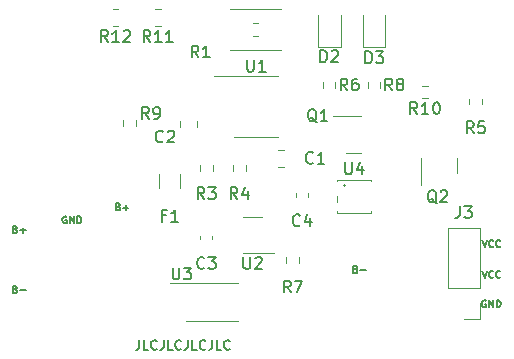
<source format=gbr>
%TF.GenerationSoftware,KiCad,Pcbnew,7.0.8*%
%TF.CreationDate,2025-01-10T13:03:09+01:00*%
%TF.ProjectId,LIR2032-charger,4c495232-3033-4322-9d63-686172676572,rev?*%
%TF.SameCoordinates,Original*%
%TF.FileFunction,Legend,Top*%
%TF.FilePolarity,Positive*%
%FSLAX46Y46*%
G04 Gerber Fmt 4.6, Leading zero omitted, Abs format (unit mm)*
G04 Created by KiCad (PCBNEW 7.0.8) date 2025-01-10 13:03:09*
%MOMM*%
%LPD*%
G01*
G04 APERTURE LIST*
%ADD10C,0.150000*%
%ADD11C,0.120000*%
G04 APERTURE END LIST*
D10*
X128817731Y-76794295D02*
X128817731Y-77365723D01*
X128817731Y-77365723D02*
X128779636Y-77480009D01*
X128779636Y-77480009D02*
X128703445Y-77556200D01*
X128703445Y-77556200D02*
X128589160Y-77594295D01*
X128589160Y-77594295D02*
X128512969Y-77594295D01*
X129579636Y-77594295D02*
X129198684Y-77594295D01*
X129198684Y-77594295D02*
X129198684Y-76794295D01*
X130303446Y-77518104D02*
X130265350Y-77556200D01*
X130265350Y-77556200D02*
X130151065Y-77594295D01*
X130151065Y-77594295D02*
X130074874Y-77594295D01*
X130074874Y-77594295D02*
X129960588Y-77556200D01*
X129960588Y-77556200D02*
X129884398Y-77480009D01*
X129884398Y-77480009D02*
X129846303Y-77403819D01*
X129846303Y-77403819D02*
X129808207Y-77251438D01*
X129808207Y-77251438D02*
X129808207Y-77137152D01*
X129808207Y-77137152D02*
X129846303Y-76984771D01*
X129846303Y-76984771D02*
X129884398Y-76908580D01*
X129884398Y-76908580D02*
X129960588Y-76832390D01*
X129960588Y-76832390D02*
X130074874Y-76794295D01*
X130074874Y-76794295D02*
X130151065Y-76794295D01*
X130151065Y-76794295D02*
X130265350Y-76832390D01*
X130265350Y-76832390D02*
X130303446Y-76870485D01*
X130874874Y-76794295D02*
X130874874Y-77365723D01*
X130874874Y-77365723D02*
X130836779Y-77480009D01*
X130836779Y-77480009D02*
X130760588Y-77556200D01*
X130760588Y-77556200D02*
X130646303Y-77594295D01*
X130646303Y-77594295D02*
X130570112Y-77594295D01*
X131636779Y-77594295D02*
X131255827Y-77594295D01*
X131255827Y-77594295D02*
X131255827Y-76794295D01*
X132360589Y-77518104D02*
X132322493Y-77556200D01*
X132322493Y-77556200D02*
X132208208Y-77594295D01*
X132208208Y-77594295D02*
X132132017Y-77594295D01*
X132132017Y-77594295D02*
X132017731Y-77556200D01*
X132017731Y-77556200D02*
X131941541Y-77480009D01*
X131941541Y-77480009D02*
X131903446Y-77403819D01*
X131903446Y-77403819D02*
X131865350Y-77251438D01*
X131865350Y-77251438D02*
X131865350Y-77137152D01*
X131865350Y-77137152D02*
X131903446Y-76984771D01*
X131903446Y-76984771D02*
X131941541Y-76908580D01*
X131941541Y-76908580D02*
X132017731Y-76832390D01*
X132017731Y-76832390D02*
X132132017Y-76794295D01*
X132132017Y-76794295D02*
X132208208Y-76794295D01*
X132208208Y-76794295D02*
X132322493Y-76832390D01*
X132322493Y-76832390D02*
X132360589Y-76870485D01*
X132932017Y-76794295D02*
X132932017Y-77365723D01*
X132932017Y-77365723D02*
X132893922Y-77480009D01*
X132893922Y-77480009D02*
X132817731Y-77556200D01*
X132817731Y-77556200D02*
X132703446Y-77594295D01*
X132703446Y-77594295D02*
X132627255Y-77594295D01*
X133693922Y-77594295D02*
X133312970Y-77594295D01*
X133312970Y-77594295D02*
X133312970Y-76794295D01*
X134417732Y-77518104D02*
X134379636Y-77556200D01*
X134379636Y-77556200D02*
X134265351Y-77594295D01*
X134265351Y-77594295D02*
X134189160Y-77594295D01*
X134189160Y-77594295D02*
X134074874Y-77556200D01*
X134074874Y-77556200D02*
X133998684Y-77480009D01*
X133998684Y-77480009D02*
X133960589Y-77403819D01*
X133960589Y-77403819D02*
X133922493Y-77251438D01*
X133922493Y-77251438D02*
X133922493Y-77137152D01*
X133922493Y-77137152D02*
X133960589Y-76984771D01*
X133960589Y-76984771D02*
X133998684Y-76908580D01*
X133998684Y-76908580D02*
X134074874Y-76832390D01*
X134074874Y-76832390D02*
X134189160Y-76794295D01*
X134189160Y-76794295D02*
X134265351Y-76794295D01*
X134265351Y-76794295D02*
X134379636Y-76832390D01*
X134379636Y-76832390D02*
X134417732Y-76870485D01*
X134989160Y-76794295D02*
X134989160Y-77365723D01*
X134989160Y-77365723D02*
X134951065Y-77480009D01*
X134951065Y-77480009D02*
X134874874Y-77556200D01*
X134874874Y-77556200D02*
X134760589Y-77594295D01*
X134760589Y-77594295D02*
X134684398Y-77594295D01*
X135751065Y-77594295D02*
X135370113Y-77594295D01*
X135370113Y-77594295D02*
X135370113Y-76794295D01*
X136474875Y-77518104D02*
X136436779Y-77556200D01*
X136436779Y-77556200D02*
X136322494Y-77594295D01*
X136322494Y-77594295D02*
X136246303Y-77594295D01*
X136246303Y-77594295D02*
X136132017Y-77556200D01*
X136132017Y-77556200D02*
X136055827Y-77480009D01*
X136055827Y-77480009D02*
X136017732Y-77403819D01*
X136017732Y-77403819D02*
X135979636Y-77251438D01*
X135979636Y-77251438D02*
X135979636Y-77137152D01*
X135979636Y-77137152D02*
X136017732Y-76984771D01*
X136017732Y-76984771D02*
X136055827Y-76908580D01*
X136055827Y-76908580D02*
X136132017Y-76832390D01*
X136132017Y-76832390D02*
X136246303Y-76794295D01*
X136246303Y-76794295D02*
X136322494Y-76794295D01*
X136322494Y-76794295D02*
X136436779Y-76832390D01*
X136436779Y-76832390D02*
X136474875Y-76870485D01*
X122655826Y-66347342D02*
X122598684Y-66318771D01*
X122598684Y-66318771D02*
X122512969Y-66318771D01*
X122512969Y-66318771D02*
X122427255Y-66347342D01*
X122427255Y-66347342D02*
X122370112Y-66404485D01*
X122370112Y-66404485D02*
X122341541Y-66461628D01*
X122341541Y-66461628D02*
X122312969Y-66575914D01*
X122312969Y-66575914D02*
X122312969Y-66661628D01*
X122312969Y-66661628D02*
X122341541Y-66775914D01*
X122341541Y-66775914D02*
X122370112Y-66833057D01*
X122370112Y-66833057D02*
X122427255Y-66890200D01*
X122427255Y-66890200D02*
X122512969Y-66918771D01*
X122512969Y-66918771D02*
X122570112Y-66918771D01*
X122570112Y-66918771D02*
X122655826Y-66890200D01*
X122655826Y-66890200D02*
X122684398Y-66861628D01*
X122684398Y-66861628D02*
X122684398Y-66661628D01*
X122684398Y-66661628D02*
X122570112Y-66661628D01*
X122941541Y-66918771D02*
X122941541Y-66318771D01*
X122941541Y-66318771D02*
X123284398Y-66918771D01*
X123284398Y-66918771D02*
X123284398Y-66318771D01*
X123570112Y-66918771D02*
X123570112Y-66318771D01*
X123570112Y-66318771D02*
X123712969Y-66318771D01*
X123712969Y-66318771D02*
X123798683Y-66347342D01*
X123798683Y-66347342D02*
X123855826Y-66404485D01*
X123855826Y-66404485D02*
X123884397Y-66461628D01*
X123884397Y-66461628D02*
X123912969Y-66575914D01*
X123912969Y-66575914D02*
X123912969Y-66661628D01*
X123912969Y-66661628D02*
X123884397Y-66775914D01*
X123884397Y-66775914D02*
X123855826Y-66833057D01*
X123855826Y-66833057D02*
X123798683Y-66890200D01*
X123798683Y-66890200D02*
X123712969Y-66918771D01*
X123712969Y-66918771D02*
X123570112Y-66918771D01*
X147141541Y-70804485D02*
X147227255Y-70833057D01*
X147227255Y-70833057D02*
X147255826Y-70861628D01*
X147255826Y-70861628D02*
X147284398Y-70918771D01*
X147284398Y-70918771D02*
X147284398Y-71004485D01*
X147284398Y-71004485D02*
X147255826Y-71061628D01*
X147255826Y-71061628D02*
X147227255Y-71090200D01*
X147227255Y-71090200D02*
X147170112Y-71118771D01*
X147170112Y-71118771D02*
X146941541Y-71118771D01*
X146941541Y-71118771D02*
X146941541Y-70518771D01*
X146941541Y-70518771D02*
X147141541Y-70518771D01*
X147141541Y-70518771D02*
X147198684Y-70547342D01*
X147198684Y-70547342D02*
X147227255Y-70575914D01*
X147227255Y-70575914D02*
X147255826Y-70633057D01*
X147255826Y-70633057D02*
X147255826Y-70690200D01*
X147255826Y-70690200D02*
X147227255Y-70747342D01*
X147227255Y-70747342D02*
X147198684Y-70775914D01*
X147198684Y-70775914D02*
X147141541Y-70804485D01*
X147141541Y-70804485D02*
X146941541Y-70804485D01*
X147541541Y-70890200D02*
X147998684Y-70890200D01*
X127041541Y-65504485D02*
X127127255Y-65533057D01*
X127127255Y-65533057D02*
X127155826Y-65561628D01*
X127155826Y-65561628D02*
X127184398Y-65618771D01*
X127184398Y-65618771D02*
X127184398Y-65704485D01*
X127184398Y-65704485D02*
X127155826Y-65761628D01*
X127155826Y-65761628D02*
X127127255Y-65790200D01*
X127127255Y-65790200D02*
X127070112Y-65818771D01*
X127070112Y-65818771D02*
X126841541Y-65818771D01*
X126841541Y-65818771D02*
X126841541Y-65218771D01*
X126841541Y-65218771D02*
X127041541Y-65218771D01*
X127041541Y-65218771D02*
X127098684Y-65247342D01*
X127098684Y-65247342D02*
X127127255Y-65275914D01*
X127127255Y-65275914D02*
X127155826Y-65333057D01*
X127155826Y-65333057D02*
X127155826Y-65390200D01*
X127155826Y-65390200D02*
X127127255Y-65447342D01*
X127127255Y-65447342D02*
X127098684Y-65475914D01*
X127098684Y-65475914D02*
X127041541Y-65504485D01*
X127041541Y-65504485D02*
X126841541Y-65504485D01*
X127441541Y-65590200D02*
X127898684Y-65590200D01*
X127670112Y-65818771D02*
X127670112Y-65361628D01*
X118341541Y-72504485D02*
X118427255Y-72533057D01*
X118427255Y-72533057D02*
X118455826Y-72561628D01*
X118455826Y-72561628D02*
X118484398Y-72618771D01*
X118484398Y-72618771D02*
X118484398Y-72704485D01*
X118484398Y-72704485D02*
X118455826Y-72761628D01*
X118455826Y-72761628D02*
X118427255Y-72790200D01*
X118427255Y-72790200D02*
X118370112Y-72818771D01*
X118370112Y-72818771D02*
X118141541Y-72818771D01*
X118141541Y-72818771D02*
X118141541Y-72218771D01*
X118141541Y-72218771D02*
X118341541Y-72218771D01*
X118341541Y-72218771D02*
X118398684Y-72247342D01*
X118398684Y-72247342D02*
X118427255Y-72275914D01*
X118427255Y-72275914D02*
X118455826Y-72333057D01*
X118455826Y-72333057D02*
X118455826Y-72390200D01*
X118455826Y-72390200D02*
X118427255Y-72447342D01*
X118427255Y-72447342D02*
X118398684Y-72475914D01*
X118398684Y-72475914D02*
X118341541Y-72504485D01*
X118341541Y-72504485D02*
X118141541Y-72504485D01*
X118741541Y-72590200D02*
X119198684Y-72590200D01*
X118341541Y-67404485D02*
X118427255Y-67433057D01*
X118427255Y-67433057D02*
X118455826Y-67461628D01*
X118455826Y-67461628D02*
X118484398Y-67518771D01*
X118484398Y-67518771D02*
X118484398Y-67604485D01*
X118484398Y-67604485D02*
X118455826Y-67661628D01*
X118455826Y-67661628D02*
X118427255Y-67690200D01*
X118427255Y-67690200D02*
X118370112Y-67718771D01*
X118370112Y-67718771D02*
X118141541Y-67718771D01*
X118141541Y-67718771D02*
X118141541Y-67118771D01*
X118141541Y-67118771D02*
X118341541Y-67118771D01*
X118341541Y-67118771D02*
X118398684Y-67147342D01*
X118398684Y-67147342D02*
X118427255Y-67175914D01*
X118427255Y-67175914D02*
X118455826Y-67233057D01*
X118455826Y-67233057D02*
X118455826Y-67290200D01*
X118455826Y-67290200D02*
X118427255Y-67347342D01*
X118427255Y-67347342D02*
X118398684Y-67375914D01*
X118398684Y-67375914D02*
X118341541Y-67404485D01*
X118341541Y-67404485D02*
X118141541Y-67404485D01*
X118741541Y-67490200D02*
X119198684Y-67490200D01*
X118970112Y-67718771D02*
X118970112Y-67261628D01*
X158155826Y-73447342D02*
X158098684Y-73418771D01*
X158098684Y-73418771D02*
X158012969Y-73418771D01*
X158012969Y-73418771D02*
X157927255Y-73447342D01*
X157927255Y-73447342D02*
X157870112Y-73504485D01*
X157870112Y-73504485D02*
X157841541Y-73561628D01*
X157841541Y-73561628D02*
X157812969Y-73675914D01*
X157812969Y-73675914D02*
X157812969Y-73761628D01*
X157812969Y-73761628D02*
X157841541Y-73875914D01*
X157841541Y-73875914D02*
X157870112Y-73933057D01*
X157870112Y-73933057D02*
X157927255Y-73990200D01*
X157927255Y-73990200D02*
X158012969Y-74018771D01*
X158012969Y-74018771D02*
X158070112Y-74018771D01*
X158070112Y-74018771D02*
X158155826Y-73990200D01*
X158155826Y-73990200D02*
X158184398Y-73961628D01*
X158184398Y-73961628D02*
X158184398Y-73761628D01*
X158184398Y-73761628D02*
X158070112Y-73761628D01*
X158441541Y-74018771D02*
X158441541Y-73418771D01*
X158441541Y-73418771D02*
X158784398Y-74018771D01*
X158784398Y-74018771D02*
X158784398Y-73418771D01*
X159070112Y-74018771D02*
X159070112Y-73418771D01*
X159070112Y-73418771D02*
X159212969Y-73418771D01*
X159212969Y-73418771D02*
X159298683Y-73447342D01*
X159298683Y-73447342D02*
X159355826Y-73504485D01*
X159355826Y-73504485D02*
X159384397Y-73561628D01*
X159384397Y-73561628D02*
X159412969Y-73675914D01*
X159412969Y-73675914D02*
X159412969Y-73761628D01*
X159412969Y-73761628D02*
X159384397Y-73875914D01*
X159384397Y-73875914D02*
X159355826Y-73933057D01*
X159355826Y-73933057D02*
X159298683Y-73990200D01*
X159298683Y-73990200D02*
X159212969Y-74018771D01*
X159212969Y-74018771D02*
X159070112Y-74018771D01*
X157855826Y-70918771D02*
X158055826Y-71518771D01*
X158055826Y-71518771D02*
X158255826Y-70918771D01*
X158798684Y-71461628D02*
X158770112Y-71490200D01*
X158770112Y-71490200D02*
X158684398Y-71518771D01*
X158684398Y-71518771D02*
X158627255Y-71518771D01*
X158627255Y-71518771D02*
X158541541Y-71490200D01*
X158541541Y-71490200D02*
X158484398Y-71433057D01*
X158484398Y-71433057D02*
X158455827Y-71375914D01*
X158455827Y-71375914D02*
X158427255Y-71261628D01*
X158427255Y-71261628D02*
X158427255Y-71175914D01*
X158427255Y-71175914D02*
X158455827Y-71061628D01*
X158455827Y-71061628D02*
X158484398Y-71004485D01*
X158484398Y-71004485D02*
X158541541Y-70947342D01*
X158541541Y-70947342D02*
X158627255Y-70918771D01*
X158627255Y-70918771D02*
X158684398Y-70918771D01*
X158684398Y-70918771D02*
X158770112Y-70947342D01*
X158770112Y-70947342D02*
X158798684Y-70975914D01*
X159398684Y-71461628D02*
X159370112Y-71490200D01*
X159370112Y-71490200D02*
X159284398Y-71518771D01*
X159284398Y-71518771D02*
X159227255Y-71518771D01*
X159227255Y-71518771D02*
X159141541Y-71490200D01*
X159141541Y-71490200D02*
X159084398Y-71433057D01*
X159084398Y-71433057D02*
X159055827Y-71375914D01*
X159055827Y-71375914D02*
X159027255Y-71261628D01*
X159027255Y-71261628D02*
X159027255Y-71175914D01*
X159027255Y-71175914D02*
X159055827Y-71061628D01*
X159055827Y-71061628D02*
X159084398Y-71004485D01*
X159084398Y-71004485D02*
X159141541Y-70947342D01*
X159141541Y-70947342D02*
X159227255Y-70918771D01*
X159227255Y-70918771D02*
X159284398Y-70918771D01*
X159284398Y-70918771D02*
X159370112Y-70947342D01*
X159370112Y-70947342D02*
X159398684Y-70975914D01*
X157855826Y-68318771D02*
X158055826Y-68918771D01*
X158055826Y-68918771D02*
X158255826Y-68318771D01*
X158798684Y-68861628D02*
X158770112Y-68890200D01*
X158770112Y-68890200D02*
X158684398Y-68918771D01*
X158684398Y-68918771D02*
X158627255Y-68918771D01*
X158627255Y-68918771D02*
X158541541Y-68890200D01*
X158541541Y-68890200D02*
X158484398Y-68833057D01*
X158484398Y-68833057D02*
X158455827Y-68775914D01*
X158455827Y-68775914D02*
X158427255Y-68661628D01*
X158427255Y-68661628D02*
X158427255Y-68575914D01*
X158427255Y-68575914D02*
X158455827Y-68461628D01*
X158455827Y-68461628D02*
X158484398Y-68404485D01*
X158484398Y-68404485D02*
X158541541Y-68347342D01*
X158541541Y-68347342D02*
X158627255Y-68318771D01*
X158627255Y-68318771D02*
X158684398Y-68318771D01*
X158684398Y-68318771D02*
X158770112Y-68347342D01*
X158770112Y-68347342D02*
X158798684Y-68375914D01*
X159398684Y-68861628D02*
X159370112Y-68890200D01*
X159370112Y-68890200D02*
X159284398Y-68918771D01*
X159284398Y-68918771D02*
X159227255Y-68918771D01*
X159227255Y-68918771D02*
X159141541Y-68890200D01*
X159141541Y-68890200D02*
X159084398Y-68833057D01*
X159084398Y-68833057D02*
X159055827Y-68775914D01*
X159055827Y-68775914D02*
X159027255Y-68661628D01*
X159027255Y-68661628D02*
X159027255Y-68575914D01*
X159027255Y-68575914D02*
X159055827Y-68461628D01*
X159055827Y-68461628D02*
X159084398Y-68404485D01*
X159084398Y-68404485D02*
X159141541Y-68347342D01*
X159141541Y-68347342D02*
X159227255Y-68318771D01*
X159227255Y-68318771D02*
X159284398Y-68318771D01*
X159284398Y-68318771D02*
X159370112Y-68347342D01*
X159370112Y-68347342D02*
X159398684Y-68375914D01*
X155966666Y-65454819D02*
X155966666Y-66169104D01*
X155966666Y-66169104D02*
X155919047Y-66311961D01*
X155919047Y-66311961D02*
X155823809Y-66407200D01*
X155823809Y-66407200D02*
X155680952Y-66454819D01*
X155680952Y-66454819D02*
X155585714Y-66454819D01*
X156347619Y-65454819D02*
X156966666Y-65454819D01*
X156966666Y-65454819D02*
X156633333Y-65835771D01*
X156633333Y-65835771D02*
X156776190Y-65835771D01*
X156776190Y-65835771D02*
X156871428Y-65883390D01*
X156871428Y-65883390D02*
X156919047Y-65931009D01*
X156919047Y-65931009D02*
X156966666Y-66026247D01*
X156966666Y-66026247D02*
X156966666Y-66264342D01*
X156966666Y-66264342D02*
X156919047Y-66359580D01*
X156919047Y-66359580D02*
X156871428Y-66407200D01*
X156871428Y-66407200D02*
X156776190Y-66454819D01*
X156776190Y-66454819D02*
X156490476Y-66454819D01*
X156490476Y-66454819D02*
X156395238Y-66407200D01*
X156395238Y-66407200D02*
X156347619Y-66359580D01*
X131638095Y-70654819D02*
X131638095Y-71464342D01*
X131638095Y-71464342D02*
X131685714Y-71559580D01*
X131685714Y-71559580D02*
X131733333Y-71607200D01*
X131733333Y-71607200D02*
X131828571Y-71654819D01*
X131828571Y-71654819D02*
X132019047Y-71654819D01*
X132019047Y-71654819D02*
X132114285Y-71607200D01*
X132114285Y-71607200D02*
X132161904Y-71559580D01*
X132161904Y-71559580D02*
X132209523Y-71464342D01*
X132209523Y-71464342D02*
X132209523Y-70654819D01*
X132590476Y-70654819D02*
X133209523Y-70654819D01*
X133209523Y-70654819D02*
X132876190Y-71035771D01*
X132876190Y-71035771D02*
X133019047Y-71035771D01*
X133019047Y-71035771D02*
X133114285Y-71083390D01*
X133114285Y-71083390D02*
X133161904Y-71131009D01*
X133161904Y-71131009D02*
X133209523Y-71226247D01*
X133209523Y-71226247D02*
X133209523Y-71464342D01*
X133209523Y-71464342D02*
X133161904Y-71559580D01*
X133161904Y-71559580D02*
X133114285Y-71607200D01*
X133114285Y-71607200D02*
X133019047Y-71654819D01*
X133019047Y-71654819D02*
X132733333Y-71654819D01*
X132733333Y-71654819D02*
X132638095Y-71607200D01*
X132638095Y-71607200D02*
X132590476Y-71559580D01*
X134333333Y-64854819D02*
X134000000Y-64378628D01*
X133761905Y-64854819D02*
X133761905Y-63854819D01*
X133761905Y-63854819D02*
X134142857Y-63854819D01*
X134142857Y-63854819D02*
X134238095Y-63902438D01*
X134238095Y-63902438D02*
X134285714Y-63950057D01*
X134285714Y-63950057D02*
X134333333Y-64045295D01*
X134333333Y-64045295D02*
X134333333Y-64188152D01*
X134333333Y-64188152D02*
X134285714Y-64283390D01*
X134285714Y-64283390D02*
X134238095Y-64331009D01*
X134238095Y-64331009D02*
X134142857Y-64378628D01*
X134142857Y-64378628D02*
X133761905Y-64378628D01*
X134666667Y-63854819D02*
X135285714Y-63854819D01*
X135285714Y-63854819D02*
X134952381Y-64235771D01*
X134952381Y-64235771D02*
X135095238Y-64235771D01*
X135095238Y-64235771D02*
X135190476Y-64283390D01*
X135190476Y-64283390D02*
X135238095Y-64331009D01*
X135238095Y-64331009D02*
X135285714Y-64426247D01*
X135285714Y-64426247D02*
X135285714Y-64664342D01*
X135285714Y-64664342D02*
X135238095Y-64759580D01*
X135238095Y-64759580D02*
X135190476Y-64807200D01*
X135190476Y-64807200D02*
X135095238Y-64854819D01*
X135095238Y-64854819D02*
X134809524Y-64854819D01*
X134809524Y-64854819D02*
X134714286Y-64807200D01*
X134714286Y-64807200D02*
X134666667Y-64759580D01*
X150233333Y-55654819D02*
X149900000Y-55178628D01*
X149661905Y-55654819D02*
X149661905Y-54654819D01*
X149661905Y-54654819D02*
X150042857Y-54654819D01*
X150042857Y-54654819D02*
X150138095Y-54702438D01*
X150138095Y-54702438D02*
X150185714Y-54750057D01*
X150185714Y-54750057D02*
X150233333Y-54845295D01*
X150233333Y-54845295D02*
X150233333Y-54988152D01*
X150233333Y-54988152D02*
X150185714Y-55083390D01*
X150185714Y-55083390D02*
X150138095Y-55131009D01*
X150138095Y-55131009D02*
X150042857Y-55178628D01*
X150042857Y-55178628D02*
X149661905Y-55178628D01*
X150804762Y-55083390D02*
X150709524Y-55035771D01*
X150709524Y-55035771D02*
X150661905Y-54988152D01*
X150661905Y-54988152D02*
X150614286Y-54892914D01*
X150614286Y-54892914D02*
X150614286Y-54845295D01*
X150614286Y-54845295D02*
X150661905Y-54750057D01*
X150661905Y-54750057D02*
X150709524Y-54702438D01*
X150709524Y-54702438D02*
X150804762Y-54654819D01*
X150804762Y-54654819D02*
X150995238Y-54654819D01*
X150995238Y-54654819D02*
X151090476Y-54702438D01*
X151090476Y-54702438D02*
X151138095Y-54750057D01*
X151138095Y-54750057D02*
X151185714Y-54845295D01*
X151185714Y-54845295D02*
X151185714Y-54892914D01*
X151185714Y-54892914D02*
X151138095Y-54988152D01*
X151138095Y-54988152D02*
X151090476Y-55035771D01*
X151090476Y-55035771D02*
X150995238Y-55083390D01*
X150995238Y-55083390D02*
X150804762Y-55083390D01*
X150804762Y-55083390D02*
X150709524Y-55131009D01*
X150709524Y-55131009D02*
X150661905Y-55178628D01*
X150661905Y-55178628D02*
X150614286Y-55273866D01*
X150614286Y-55273866D02*
X150614286Y-55464342D01*
X150614286Y-55464342D02*
X150661905Y-55559580D01*
X150661905Y-55559580D02*
X150709524Y-55607200D01*
X150709524Y-55607200D02*
X150804762Y-55654819D01*
X150804762Y-55654819D02*
X150995238Y-55654819D01*
X150995238Y-55654819D02*
X151090476Y-55607200D01*
X151090476Y-55607200D02*
X151138095Y-55559580D01*
X151138095Y-55559580D02*
X151185714Y-55464342D01*
X151185714Y-55464342D02*
X151185714Y-55273866D01*
X151185714Y-55273866D02*
X151138095Y-55178628D01*
X151138095Y-55178628D02*
X151090476Y-55131009D01*
X151090476Y-55131009D02*
X150995238Y-55083390D01*
X129757142Y-51554819D02*
X129423809Y-51078628D01*
X129185714Y-51554819D02*
X129185714Y-50554819D01*
X129185714Y-50554819D02*
X129566666Y-50554819D01*
X129566666Y-50554819D02*
X129661904Y-50602438D01*
X129661904Y-50602438D02*
X129709523Y-50650057D01*
X129709523Y-50650057D02*
X129757142Y-50745295D01*
X129757142Y-50745295D02*
X129757142Y-50888152D01*
X129757142Y-50888152D02*
X129709523Y-50983390D01*
X129709523Y-50983390D02*
X129661904Y-51031009D01*
X129661904Y-51031009D02*
X129566666Y-51078628D01*
X129566666Y-51078628D02*
X129185714Y-51078628D01*
X130709523Y-51554819D02*
X130138095Y-51554819D01*
X130423809Y-51554819D02*
X130423809Y-50554819D01*
X130423809Y-50554819D02*
X130328571Y-50697676D01*
X130328571Y-50697676D02*
X130233333Y-50792914D01*
X130233333Y-50792914D02*
X130138095Y-50840533D01*
X131661904Y-51554819D02*
X131090476Y-51554819D01*
X131376190Y-51554819D02*
X131376190Y-50554819D01*
X131376190Y-50554819D02*
X131280952Y-50697676D01*
X131280952Y-50697676D02*
X131185714Y-50792914D01*
X131185714Y-50792914D02*
X131090476Y-50840533D01*
X129633333Y-58054819D02*
X129300000Y-57578628D01*
X129061905Y-58054819D02*
X129061905Y-57054819D01*
X129061905Y-57054819D02*
X129442857Y-57054819D01*
X129442857Y-57054819D02*
X129538095Y-57102438D01*
X129538095Y-57102438D02*
X129585714Y-57150057D01*
X129585714Y-57150057D02*
X129633333Y-57245295D01*
X129633333Y-57245295D02*
X129633333Y-57388152D01*
X129633333Y-57388152D02*
X129585714Y-57483390D01*
X129585714Y-57483390D02*
X129538095Y-57531009D01*
X129538095Y-57531009D02*
X129442857Y-57578628D01*
X129442857Y-57578628D02*
X129061905Y-57578628D01*
X130109524Y-58054819D02*
X130300000Y-58054819D01*
X130300000Y-58054819D02*
X130395238Y-58007200D01*
X130395238Y-58007200D02*
X130442857Y-57959580D01*
X130442857Y-57959580D02*
X130538095Y-57816723D01*
X130538095Y-57816723D02*
X130585714Y-57626247D01*
X130585714Y-57626247D02*
X130585714Y-57245295D01*
X130585714Y-57245295D02*
X130538095Y-57150057D01*
X130538095Y-57150057D02*
X130490476Y-57102438D01*
X130490476Y-57102438D02*
X130395238Y-57054819D01*
X130395238Y-57054819D02*
X130204762Y-57054819D01*
X130204762Y-57054819D02*
X130109524Y-57102438D01*
X130109524Y-57102438D02*
X130061905Y-57150057D01*
X130061905Y-57150057D02*
X130014286Y-57245295D01*
X130014286Y-57245295D02*
X130014286Y-57483390D01*
X130014286Y-57483390D02*
X130061905Y-57578628D01*
X130061905Y-57578628D02*
X130109524Y-57626247D01*
X130109524Y-57626247D02*
X130204762Y-57673866D01*
X130204762Y-57673866D02*
X130395238Y-57673866D01*
X130395238Y-57673866D02*
X130490476Y-57626247D01*
X130490476Y-57626247D02*
X130538095Y-57578628D01*
X130538095Y-57578628D02*
X130585714Y-57483390D01*
X143842261Y-58350057D02*
X143747023Y-58302438D01*
X143747023Y-58302438D02*
X143651785Y-58207200D01*
X143651785Y-58207200D02*
X143508928Y-58064342D01*
X143508928Y-58064342D02*
X143413690Y-58016723D01*
X143413690Y-58016723D02*
X143318452Y-58016723D01*
X143366071Y-58254819D02*
X143270833Y-58207200D01*
X143270833Y-58207200D02*
X143175595Y-58111961D01*
X143175595Y-58111961D02*
X143127976Y-57921485D01*
X143127976Y-57921485D02*
X143127976Y-57588152D01*
X143127976Y-57588152D02*
X143175595Y-57397676D01*
X143175595Y-57397676D02*
X143270833Y-57302438D01*
X143270833Y-57302438D02*
X143366071Y-57254819D01*
X143366071Y-57254819D02*
X143556547Y-57254819D01*
X143556547Y-57254819D02*
X143651785Y-57302438D01*
X143651785Y-57302438D02*
X143747023Y-57397676D01*
X143747023Y-57397676D02*
X143794642Y-57588152D01*
X143794642Y-57588152D02*
X143794642Y-57921485D01*
X143794642Y-57921485D02*
X143747023Y-58111961D01*
X143747023Y-58111961D02*
X143651785Y-58207200D01*
X143651785Y-58207200D02*
X143556547Y-58254819D01*
X143556547Y-58254819D02*
X143366071Y-58254819D01*
X144747023Y-58254819D02*
X144175595Y-58254819D01*
X144461309Y-58254819D02*
X144461309Y-57254819D01*
X144461309Y-57254819D02*
X144366071Y-57397676D01*
X144366071Y-57397676D02*
X144270833Y-57492914D01*
X144270833Y-57492914D02*
X144175595Y-57540533D01*
X147961905Y-53354819D02*
X147961905Y-52354819D01*
X147961905Y-52354819D02*
X148200000Y-52354819D01*
X148200000Y-52354819D02*
X148342857Y-52402438D01*
X148342857Y-52402438D02*
X148438095Y-52497676D01*
X148438095Y-52497676D02*
X148485714Y-52592914D01*
X148485714Y-52592914D02*
X148533333Y-52783390D01*
X148533333Y-52783390D02*
X148533333Y-52926247D01*
X148533333Y-52926247D02*
X148485714Y-53116723D01*
X148485714Y-53116723D02*
X148438095Y-53211961D01*
X148438095Y-53211961D02*
X148342857Y-53307200D01*
X148342857Y-53307200D02*
X148200000Y-53354819D01*
X148200000Y-53354819D02*
X147961905Y-53354819D01*
X148866667Y-52354819D02*
X149485714Y-52354819D01*
X149485714Y-52354819D02*
X149152381Y-52735771D01*
X149152381Y-52735771D02*
X149295238Y-52735771D01*
X149295238Y-52735771D02*
X149390476Y-52783390D01*
X149390476Y-52783390D02*
X149438095Y-52831009D01*
X149438095Y-52831009D02*
X149485714Y-52926247D01*
X149485714Y-52926247D02*
X149485714Y-53164342D01*
X149485714Y-53164342D02*
X149438095Y-53259580D01*
X149438095Y-53259580D02*
X149390476Y-53307200D01*
X149390476Y-53307200D02*
X149295238Y-53354819D01*
X149295238Y-53354819D02*
X149009524Y-53354819D01*
X149009524Y-53354819D02*
X148914286Y-53307200D01*
X148914286Y-53307200D02*
X148866667Y-53259580D01*
X146433333Y-55654819D02*
X146100000Y-55178628D01*
X145861905Y-55654819D02*
X145861905Y-54654819D01*
X145861905Y-54654819D02*
X146242857Y-54654819D01*
X146242857Y-54654819D02*
X146338095Y-54702438D01*
X146338095Y-54702438D02*
X146385714Y-54750057D01*
X146385714Y-54750057D02*
X146433333Y-54845295D01*
X146433333Y-54845295D02*
X146433333Y-54988152D01*
X146433333Y-54988152D02*
X146385714Y-55083390D01*
X146385714Y-55083390D02*
X146338095Y-55131009D01*
X146338095Y-55131009D02*
X146242857Y-55178628D01*
X146242857Y-55178628D02*
X145861905Y-55178628D01*
X147290476Y-54654819D02*
X147100000Y-54654819D01*
X147100000Y-54654819D02*
X147004762Y-54702438D01*
X147004762Y-54702438D02*
X146957143Y-54750057D01*
X146957143Y-54750057D02*
X146861905Y-54892914D01*
X146861905Y-54892914D02*
X146814286Y-55083390D01*
X146814286Y-55083390D02*
X146814286Y-55464342D01*
X146814286Y-55464342D02*
X146861905Y-55559580D01*
X146861905Y-55559580D02*
X146909524Y-55607200D01*
X146909524Y-55607200D02*
X147004762Y-55654819D01*
X147004762Y-55654819D02*
X147195238Y-55654819D01*
X147195238Y-55654819D02*
X147290476Y-55607200D01*
X147290476Y-55607200D02*
X147338095Y-55559580D01*
X147338095Y-55559580D02*
X147385714Y-55464342D01*
X147385714Y-55464342D02*
X147385714Y-55226247D01*
X147385714Y-55226247D02*
X147338095Y-55131009D01*
X147338095Y-55131009D02*
X147290476Y-55083390D01*
X147290476Y-55083390D02*
X147195238Y-55035771D01*
X147195238Y-55035771D02*
X147004762Y-55035771D01*
X147004762Y-55035771D02*
X146909524Y-55083390D01*
X146909524Y-55083390D02*
X146861905Y-55131009D01*
X146861905Y-55131009D02*
X146814286Y-55226247D01*
X142433333Y-67059580D02*
X142385714Y-67107200D01*
X142385714Y-67107200D02*
X142242857Y-67154819D01*
X142242857Y-67154819D02*
X142147619Y-67154819D01*
X142147619Y-67154819D02*
X142004762Y-67107200D01*
X142004762Y-67107200D02*
X141909524Y-67011961D01*
X141909524Y-67011961D02*
X141861905Y-66916723D01*
X141861905Y-66916723D02*
X141814286Y-66726247D01*
X141814286Y-66726247D02*
X141814286Y-66583390D01*
X141814286Y-66583390D02*
X141861905Y-66392914D01*
X141861905Y-66392914D02*
X141909524Y-66297676D01*
X141909524Y-66297676D02*
X142004762Y-66202438D01*
X142004762Y-66202438D02*
X142147619Y-66154819D01*
X142147619Y-66154819D02*
X142242857Y-66154819D01*
X142242857Y-66154819D02*
X142385714Y-66202438D01*
X142385714Y-66202438D02*
X142433333Y-66250057D01*
X143290476Y-66488152D02*
X143290476Y-67154819D01*
X143052381Y-66107200D02*
X142814286Y-66821485D01*
X142814286Y-66821485D02*
X143433333Y-66821485D01*
X144161905Y-53254819D02*
X144161905Y-52254819D01*
X144161905Y-52254819D02*
X144400000Y-52254819D01*
X144400000Y-52254819D02*
X144542857Y-52302438D01*
X144542857Y-52302438D02*
X144638095Y-52397676D01*
X144638095Y-52397676D02*
X144685714Y-52492914D01*
X144685714Y-52492914D02*
X144733333Y-52683390D01*
X144733333Y-52683390D02*
X144733333Y-52826247D01*
X144733333Y-52826247D02*
X144685714Y-53016723D01*
X144685714Y-53016723D02*
X144638095Y-53111961D01*
X144638095Y-53111961D02*
X144542857Y-53207200D01*
X144542857Y-53207200D02*
X144400000Y-53254819D01*
X144400000Y-53254819D02*
X144161905Y-53254819D01*
X145114286Y-52350057D02*
X145161905Y-52302438D01*
X145161905Y-52302438D02*
X145257143Y-52254819D01*
X145257143Y-52254819D02*
X145495238Y-52254819D01*
X145495238Y-52254819D02*
X145590476Y-52302438D01*
X145590476Y-52302438D02*
X145638095Y-52350057D01*
X145638095Y-52350057D02*
X145685714Y-52445295D01*
X145685714Y-52445295D02*
X145685714Y-52540533D01*
X145685714Y-52540533D02*
X145638095Y-52683390D01*
X145638095Y-52683390D02*
X145066667Y-53254819D01*
X145066667Y-53254819D02*
X145685714Y-53254819D01*
X141633333Y-72754819D02*
X141300000Y-72278628D01*
X141061905Y-72754819D02*
X141061905Y-71754819D01*
X141061905Y-71754819D02*
X141442857Y-71754819D01*
X141442857Y-71754819D02*
X141538095Y-71802438D01*
X141538095Y-71802438D02*
X141585714Y-71850057D01*
X141585714Y-71850057D02*
X141633333Y-71945295D01*
X141633333Y-71945295D02*
X141633333Y-72088152D01*
X141633333Y-72088152D02*
X141585714Y-72183390D01*
X141585714Y-72183390D02*
X141538095Y-72231009D01*
X141538095Y-72231009D02*
X141442857Y-72278628D01*
X141442857Y-72278628D02*
X141061905Y-72278628D01*
X141966667Y-71754819D02*
X142633333Y-71754819D01*
X142633333Y-71754819D02*
X142204762Y-72754819D01*
X154004761Y-65212557D02*
X153909523Y-65164938D01*
X153909523Y-65164938D02*
X153814285Y-65069700D01*
X153814285Y-65069700D02*
X153671428Y-64926842D01*
X153671428Y-64926842D02*
X153576190Y-64879223D01*
X153576190Y-64879223D02*
X153480952Y-64879223D01*
X153528571Y-65117319D02*
X153433333Y-65069700D01*
X153433333Y-65069700D02*
X153338095Y-64974461D01*
X153338095Y-64974461D02*
X153290476Y-64783985D01*
X153290476Y-64783985D02*
X153290476Y-64450652D01*
X153290476Y-64450652D02*
X153338095Y-64260176D01*
X153338095Y-64260176D02*
X153433333Y-64164938D01*
X153433333Y-64164938D02*
X153528571Y-64117319D01*
X153528571Y-64117319D02*
X153719047Y-64117319D01*
X153719047Y-64117319D02*
X153814285Y-64164938D01*
X153814285Y-64164938D02*
X153909523Y-64260176D01*
X153909523Y-64260176D02*
X153957142Y-64450652D01*
X153957142Y-64450652D02*
X153957142Y-64783985D01*
X153957142Y-64783985D02*
X153909523Y-64974461D01*
X153909523Y-64974461D02*
X153814285Y-65069700D01*
X153814285Y-65069700D02*
X153719047Y-65117319D01*
X153719047Y-65117319D02*
X153528571Y-65117319D01*
X154338095Y-64212557D02*
X154385714Y-64164938D01*
X154385714Y-64164938D02*
X154480952Y-64117319D01*
X154480952Y-64117319D02*
X154719047Y-64117319D01*
X154719047Y-64117319D02*
X154814285Y-64164938D01*
X154814285Y-64164938D02*
X154861904Y-64212557D01*
X154861904Y-64212557D02*
X154909523Y-64307795D01*
X154909523Y-64307795D02*
X154909523Y-64403033D01*
X154909523Y-64403033D02*
X154861904Y-64545890D01*
X154861904Y-64545890D02*
X154290476Y-65117319D01*
X154290476Y-65117319D02*
X154909523Y-65117319D01*
X134333333Y-70659580D02*
X134285714Y-70707200D01*
X134285714Y-70707200D02*
X134142857Y-70754819D01*
X134142857Y-70754819D02*
X134047619Y-70754819D01*
X134047619Y-70754819D02*
X133904762Y-70707200D01*
X133904762Y-70707200D02*
X133809524Y-70611961D01*
X133809524Y-70611961D02*
X133761905Y-70516723D01*
X133761905Y-70516723D02*
X133714286Y-70326247D01*
X133714286Y-70326247D02*
X133714286Y-70183390D01*
X133714286Y-70183390D02*
X133761905Y-69992914D01*
X133761905Y-69992914D02*
X133809524Y-69897676D01*
X133809524Y-69897676D02*
X133904762Y-69802438D01*
X133904762Y-69802438D02*
X134047619Y-69754819D01*
X134047619Y-69754819D02*
X134142857Y-69754819D01*
X134142857Y-69754819D02*
X134285714Y-69802438D01*
X134285714Y-69802438D02*
X134333333Y-69850057D01*
X134666667Y-69754819D02*
X135285714Y-69754819D01*
X135285714Y-69754819D02*
X134952381Y-70135771D01*
X134952381Y-70135771D02*
X135095238Y-70135771D01*
X135095238Y-70135771D02*
X135190476Y-70183390D01*
X135190476Y-70183390D02*
X135238095Y-70231009D01*
X135238095Y-70231009D02*
X135285714Y-70326247D01*
X135285714Y-70326247D02*
X135285714Y-70564342D01*
X135285714Y-70564342D02*
X135238095Y-70659580D01*
X135238095Y-70659580D02*
X135190476Y-70707200D01*
X135190476Y-70707200D02*
X135095238Y-70754819D01*
X135095238Y-70754819D02*
X134809524Y-70754819D01*
X134809524Y-70754819D02*
X134714286Y-70707200D01*
X134714286Y-70707200D02*
X134666667Y-70659580D01*
X137638095Y-69754819D02*
X137638095Y-70564342D01*
X137638095Y-70564342D02*
X137685714Y-70659580D01*
X137685714Y-70659580D02*
X137733333Y-70707200D01*
X137733333Y-70707200D02*
X137828571Y-70754819D01*
X137828571Y-70754819D02*
X138019047Y-70754819D01*
X138019047Y-70754819D02*
X138114285Y-70707200D01*
X138114285Y-70707200D02*
X138161904Y-70659580D01*
X138161904Y-70659580D02*
X138209523Y-70564342D01*
X138209523Y-70564342D02*
X138209523Y-69754819D01*
X138638095Y-69850057D02*
X138685714Y-69802438D01*
X138685714Y-69802438D02*
X138780952Y-69754819D01*
X138780952Y-69754819D02*
X139019047Y-69754819D01*
X139019047Y-69754819D02*
X139114285Y-69802438D01*
X139114285Y-69802438D02*
X139161904Y-69850057D01*
X139161904Y-69850057D02*
X139209523Y-69945295D01*
X139209523Y-69945295D02*
X139209523Y-70040533D01*
X139209523Y-70040533D02*
X139161904Y-70183390D01*
X139161904Y-70183390D02*
X138590476Y-70754819D01*
X138590476Y-70754819D02*
X139209523Y-70754819D01*
X126157142Y-51554819D02*
X125823809Y-51078628D01*
X125585714Y-51554819D02*
X125585714Y-50554819D01*
X125585714Y-50554819D02*
X125966666Y-50554819D01*
X125966666Y-50554819D02*
X126061904Y-50602438D01*
X126061904Y-50602438D02*
X126109523Y-50650057D01*
X126109523Y-50650057D02*
X126157142Y-50745295D01*
X126157142Y-50745295D02*
X126157142Y-50888152D01*
X126157142Y-50888152D02*
X126109523Y-50983390D01*
X126109523Y-50983390D02*
X126061904Y-51031009D01*
X126061904Y-51031009D02*
X125966666Y-51078628D01*
X125966666Y-51078628D02*
X125585714Y-51078628D01*
X127109523Y-51554819D02*
X126538095Y-51554819D01*
X126823809Y-51554819D02*
X126823809Y-50554819D01*
X126823809Y-50554819D02*
X126728571Y-50697676D01*
X126728571Y-50697676D02*
X126633333Y-50792914D01*
X126633333Y-50792914D02*
X126538095Y-50840533D01*
X127490476Y-50650057D02*
X127538095Y-50602438D01*
X127538095Y-50602438D02*
X127633333Y-50554819D01*
X127633333Y-50554819D02*
X127871428Y-50554819D01*
X127871428Y-50554819D02*
X127966666Y-50602438D01*
X127966666Y-50602438D02*
X128014285Y-50650057D01*
X128014285Y-50650057D02*
X128061904Y-50745295D01*
X128061904Y-50745295D02*
X128061904Y-50840533D01*
X128061904Y-50840533D02*
X128014285Y-50983390D01*
X128014285Y-50983390D02*
X127442857Y-51554819D01*
X127442857Y-51554819D02*
X128061904Y-51554819D01*
X130833333Y-59959580D02*
X130785714Y-60007200D01*
X130785714Y-60007200D02*
X130642857Y-60054819D01*
X130642857Y-60054819D02*
X130547619Y-60054819D01*
X130547619Y-60054819D02*
X130404762Y-60007200D01*
X130404762Y-60007200D02*
X130309524Y-59911961D01*
X130309524Y-59911961D02*
X130261905Y-59816723D01*
X130261905Y-59816723D02*
X130214286Y-59626247D01*
X130214286Y-59626247D02*
X130214286Y-59483390D01*
X130214286Y-59483390D02*
X130261905Y-59292914D01*
X130261905Y-59292914D02*
X130309524Y-59197676D01*
X130309524Y-59197676D02*
X130404762Y-59102438D01*
X130404762Y-59102438D02*
X130547619Y-59054819D01*
X130547619Y-59054819D02*
X130642857Y-59054819D01*
X130642857Y-59054819D02*
X130785714Y-59102438D01*
X130785714Y-59102438D02*
X130833333Y-59150057D01*
X131214286Y-59150057D02*
X131261905Y-59102438D01*
X131261905Y-59102438D02*
X131357143Y-59054819D01*
X131357143Y-59054819D02*
X131595238Y-59054819D01*
X131595238Y-59054819D02*
X131690476Y-59102438D01*
X131690476Y-59102438D02*
X131738095Y-59150057D01*
X131738095Y-59150057D02*
X131785714Y-59245295D01*
X131785714Y-59245295D02*
X131785714Y-59340533D01*
X131785714Y-59340533D02*
X131738095Y-59483390D01*
X131738095Y-59483390D02*
X131166667Y-60054819D01*
X131166667Y-60054819D02*
X131785714Y-60054819D01*
X133833333Y-52854819D02*
X133500000Y-52378628D01*
X133261905Y-52854819D02*
X133261905Y-51854819D01*
X133261905Y-51854819D02*
X133642857Y-51854819D01*
X133642857Y-51854819D02*
X133738095Y-51902438D01*
X133738095Y-51902438D02*
X133785714Y-51950057D01*
X133785714Y-51950057D02*
X133833333Y-52045295D01*
X133833333Y-52045295D02*
X133833333Y-52188152D01*
X133833333Y-52188152D02*
X133785714Y-52283390D01*
X133785714Y-52283390D02*
X133738095Y-52331009D01*
X133738095Y-52331009D02*
X133642857Y-52378628D01*
X133642857Y-52378628D02*
X133261905Y-52378628D01*
X134785714Y-52854819D02*
X134214286Y-52854819D01*
X134500000Y-52854819D02*
X134500000Y-51854819D01*
X134500000Y-51854819D02*
X134404762Y-51997676D01*
X134404762Y-51997676D02*
X134309524Y-52092914D01*
X134309524Y-52092914D02*
X134214286Y-52140533D01*
X146238095Y-61754819D02*
X146238095Y-62564342D01*
X146238095Y-62564342D02*
X146285714Y-62659580D01*
X146285714Y-62659580D02*
X146333333Y-62707200D01*
X146333333Y-62707200D02*
X146428571Y-62754819D01*
X146428571Y-62754819D02*
X146619047Y-62754819D01*
X146619047Y-62754819D02*
X146714285Y-62707200D01*
X146714285Y-62707200D02*
X146761904Y-62659580D01*
X146761904Y-62659580D02*
X146809523Y-62564342D01*
X146809523Y-62564342D02*
X146809523Y-61754819D01*
X147714285Y-62088152D02*
X147714285Y-62754819D01*
X147476190Y-61707200D02*
X147238095Y-62421485D01*
X147238095Y-62421485D02*
X147857142Y-62421485D01*
X137938095Y-53054819D02*
X137938095Y-53864342D01*
X137938095Y-53864342D02*
X137985714Y-53959580D01*
X137985714Y-53959580D02*
X138033333Y-54007200D01*
X138033333Y-54007200D02*
X138128571Y-54054819D01*
X138128571Y-54054819D02*
X138319047Y-54054819D01*
X138319047Y-54054819D02*
X138414285Y-54007200D01*
X138414285Y-54007200D02*
X138461904Y-53959580D01*
X138461904Y-53959580D02*
X138509523Y-53864342D01*
X138509523Y-53864342D02*
X138509523Y-53054819D01*
X139509523Y-54054819D02*
X138938095Y-54054819D01*
X139223809Y-54054819D02*
X139223809Y-53054819D01*
X139223809Y-53054819D02*
X139128571Y-53197676D01*
X139128571Y-53197676D02*
X139033333Y-53292914D01*
X139033333Y-53292914D02*
X138938095Y-53340533D01*
X157133333Y-59279819D02*
X156800000Y-58803628D01*
X156561905Y-59279819D02*
X156561905Y-58279819D01*
X156561905Y-58279819D02*
X156942857Y-58279819D01*
X156942857Y-58279819D02*
X157038095Y-58327438D01*
X157038095Y-58327438D02*
X157085714Y-58375057D01*
X157085714Y-58375057D02*
X157133333Y-58470295D01*
X157133333Y-58470295D02*
X157133333Y-58613152D01*
X157133333Y-58613152D02*
X157085714Y-58708390D01*
X157085714Y-58708390D02*
X157038095Y-58756009D01*
X157038095Y-58756009D02*
X156942857Y-58803628D01*
X156942857Y-58803628D02*
X156561905Y-58803628D01*
X158038095Y-58279819D02*
X157561905Y-58279819D01*
X157561905Y-58279819D02*
X157514286Y-58756009D01*
X157514286Y-58756009D02*
X157561905Y-58708390D01*
X157561905Y-58708390D02*
X157657143Y-58660771D01*
X157657143Y-58660771D02*
X157895238Y-58660771D01*
X157895238Y-58660771D02*
X157990476Y-58708390D01*
X157990476Y-58708390D02*
X158038095Y-58756009D01*
X158038095Y-58756009D02*
X158085714Y-58851247D01*
X158085714Y-58851247D02*
X158085714Y-59089342D01*
X158085714Y-59089342D02*
X158038095Y-59184580D01*
X158038095Y-59184580D02*
X157990476Y-59232200D01*
X157990476Y-59232200D02*
X157895238Y-59279819D01*
X157895238Y-59279819D02*
X157657143Y-59279819D01*
X157657143Y-59279819D02*
X157561905Y-59232200D01*
X157561905Y-59232200D02*
X157514286Y-59184580D01*
X143533333Y-61759580D02*
X143485714Y-61807200D01*
X143485714Y-61807200D02*
X143342857Y-61854819D01*
X143342857Y-61854819D02*
X143247619Y-61854819D01*
X143247619Y-61854819D02*
X143104762Y-61807200D01*
X143104762Y-61807200D02*
X143009524Y-61711961D01*
X143009524Y-61711961D02*
X142961905Y-61616723D01*
X142961905Y-61616723D02*
X142914286Y-61426247D01*
X142914286Y-61426247D02*
X142914286Y-61283390D01*
X142914286Y-61283390D02*
X142961905Y-61092914D01*
X142961905Y-61092914D02*
X143009524Y-60997676D01*
X143009524Y-60997676D02*
X143104762Y-60902438D01*
X143104762Y-60902438D02*
X143247619Y-60854819D01*
X143247619Y-60854819D02*
X143342857Y-60854819D01*
X143342857Y-60854819D02*
X143485714Y-60902438D01*
X143485714Y-60902438D02*
X143533333Y-60950057D01*
X144485714Y-61854819D02*
X143914286Y-61854819D01*
X144200000Y-61854819D02*
X144200000Y-60854819D01*
X144200000Y-60854819D02*
X144104762Y-60997676D01*
X144104762Y-60997676D02*
X144009524Y-61092914D01*
X144009524Y-61092914D02*
X143914286Y-61140533D01*
X137133333Y-64854819D02*
X136800000Y-64378628D01*
X136561905Y-64854819D02*
X136561905Y-63854819D01*
X136561905Y-63854819D02*
X136942857Y-63854819D01*
X136942857Y-63854819D02*
X137038095Y-63902438D01*
X137038095Y-63902438D02*
X137085714Y-63950057D01*
X137085714Y-63950057D02*
X137133333Y-64045295D01*
X137133333Y-64045295D02*
X137133333Y-64188152D01*
X137133333Y-64188152D02*
X137085714Y-64283390D01*
X137085714Y-64283390D02*
X137038095Y-64331009D01*
X137038095Y-64331009D02*
X136942857Y-64378628D01*
X136942857Y-64378628D02*
X136561905Y-64378628D01*
X137990476Y-64188152D02*
X137990476Y-64854819D01*
X137752381Y-63807200D02*
X137514286Y-64521485D01*
X137514286Y-64521485D02*
X138133333Y-64521485D01*
X152357142Y-57654819D02*
X152023809Y-57178628D01*
X151785714Y-57654819D02*
X151785714Y-56654819D01*
X151785714Y-56654819D02*
X152166666Y-56654819D01*
X152166666Y-56654819D02*
X152261904Y-56702438D01*
X152261904Y-56702438D02*
X152309523Y-56750057D01*
X152309523Y-56750057D02*
X152357142Y-56845295D01*
X152357142Y-56845295D02*
X152357142Y-56988152D01*
X152357142Y-56988152D02*
X152309523Y-57083390D01*
X152309523Y-57083390D02*
X152261904Y-57131009D01*
X152261904Y-57131009D02*
X152166666Y-57178628D01*
X152166666Y-57178628D02*
X151785714Y-57178628D01*
X153309523Y-57654819D02*
X152738095Y-57654819D01*
X153023809Y-57654819D02*
X153023809Y-56654819D01*
X153023809Y-56654819D02*
X152928571Y-56797676D01*
X152928571Y-56797676D02*
X152833333Y-56892914D01*
X152833333Y-56892914D02*
X152738095Y-56940533D01*
X153928571Y-56654819D02*
X154023809Y-56654819D01*
X154023809Y-56654819D02*
X154119047Y-56702438D01*
X154119047Y-56702438D02*
X154166666Y-56750057D01*
X154166666Y-56750057D02*
X154214285Y-56845295D01*
X154214285Y-56845295D02*
X154261904Y-57035771D01*
X154261904Y-57035771D02*
X154261904Y-57273866D01*
X154261904Y-57273866D02*
X154214285Y-57464342D01*
X154214285Y-57464342D02*
X154166666Y-57559580D01*
X154166666Y-57559580D02*
X154119047Y-57607200D01*
X154119047Y-57607200D02*
X154023809Y-57654819D01*
X154023809Y-57654819D02*
X153928571Y-57654819D01*
X153928571Y-57654819D02*
X153833333Y-57607200D01*
X153833333Y-57607200D02*
X153785714Y-57559580D01*
X153785714Y-57559580D02*
X153738095Y-57464342D01*
X153738095Y-57464342D02*
X153690476Y-57273866D01*
X153690476Y-57273866D02*
X153690476Y-57035771D01*
X153690476Y-57035771D02*
X153738095Y-56845295D01*
X153738095Y-56845295D02*
X153785714Y-56750057D01*
X153785714Y-56750057D02*
X153833333Y-56702438D01*
X153833333Y-56702438D02*
X153928571Y-56654819D01*
X131066666Y-66231009D02*
X130733333Y-66231009D01*
X130733333Y-66754819D02*
X130733333Y-65754819D01*
X130733333Y-65754819D02*
X131209523Y-65754819D01*
X132114285Y-66754819D02*
X131542857Y-66754819D01*
X131828571Y-66754819D02*
X131828571Y-65754819D01*
X131828571Y-65754819D02*
X131733333Y-65897676D01*
X131733333Y-65897676D02*
X131638095Y-65992914D01*
X131638095Y-65992914D02*
X131542857Y-66040533D01*
D11*
%TO.C,J3*%
X157630000Y-67270000D02*
X154970000Y-67270000D01*
X157630000Y-72410000D02*
X157630000Y-67270000D01*
X157630000Y-73680000D02*
X157630000Y-75010000D01*
X154970000Y-72410000D02*
X154970000Y-67270000D01*
X157630000Y-75010000D02*
X156300000Y-75010000D01*
X157630000Y-72410000D02*
X154970000Y-72410000D01*
%TO.C,U3*%
X135000000Y-71990000D02*
X131400000Y-71990000D01*
X135000000Y-71990000D02*
X137200000Y-71990000D01*
X135000000Y-75210000D02*
X132800000Y-75210000D01*
X135000000Y-75210000D02*
X137200000Y-75210000D01*
%TO.C,R3*%
X133977500Y-62437258D02*
X133977500Y-61962742D01*
X135022500Y-62437258D02*
X135022500Y-61962742D01*
%TO.C,R8*%
X149222500Y-54962742D02*
X149222500Y-55437258D01*
X148177500Y-54962742D02*
X148177500Y-55437258D01*
%TO.C,R11*%
X130172936Y-48765000D02*
X130627064Y-48765000D01*
X130172936Y-50235000D02*
X130627064Y-50235000D01*
%TO.C,R9*%
X128522500Y-58162742D02*
X128522500Y-58637258D01*
X127477500Y-58162742D02*
X127477500Y-58637258D01*
%TO.C,Q1*%
X146937500Y-57840000D02*
X145262500Y-57840000D01*
X146937500Y-57840000D02*
X147587500Y-57840000D01*
X146937500Y-60960000D02*
X146287500Y-60960000D01*
X146937500Y-60960000D02*
X147587500Y-60960000D01*
%TO.C,D3*%
X147740000Y-51985000D02*
X149660000Y-51985000D01*
X149660000Y-51985000D02*
X149660000Y-49300000D01*
X147740000Y-49300000D02*
X147740000Y-51985000D01*
%TO.C,R6*%
X145422500Y-54962742D02*
X145422500Y-55437258D01*
X144377500Y-54962742D02*
X144377500Y-55437258D01*
%TO.C,C4*%
X143110000Y-64359420D02*
X143110000Y-64640580D01*
X142090000Y-64359420D02*
X142090000Y-64640580D01*
%TO.C,D2*%
X143940000Y-51985000D02*
X145860000Y-51985000D01*
X145860000Y-51985000D02*
X145860000Y-49300000D01*
X143940000Y-49300000D02*
X143940000Y-51985000D01*
%TO.C,R7*%
X142322500Y-69762742D02*
X142322500Y-70237258D01*
X141277500Y-69762742D02*
X141277500Y-70237258D01*
%TO.C,Q2*%
X152640000Y-62000000D02*
X152640000Y-63675000D01*
X152640000Y-62000000D02*
X152640000Y-61350000D01*
X155760000Y-62000000D02*
X155760000Y-62650000D01*
X155760000Y-62000000D02*
X155760000Y-61350000D01*
%TO.C,R2*%
X140852064Y-52210000D02*
X136497936Y-52210000D01*
X140852064Y-48790000D02*
X136497936Y-48790000D01*
%TO.C,C3*%
X135010000Y-67959420D02*
X135010000Y-68240580D01*
X133990000Y-67959420D02*
X133990000Y-68240580D01*
%TO.C,U2*%
X138400000Y-69460000D02*
X140200000Y-69460000D01*
X138400000Y-69460000D02*
X137600000Y-69460000D01*
X138400000Y-66340000D02*
X139200000Y-66340000D01*
X138400000Y-66340000D02*
X137600000Y-66340000D01*
%TO.C,R12*%
X127027064Y-50235000D02*
X126572936Y-50235000D01*
X127027064Y-48765000D02*
X126572936Y-48765000D01*
%TO.C,C2*%
X132265000Y-58761252D02*
X132265000Y-58238748D01*
X133735000Y-58761252D02*
X133735000Y-58238748D01*
%TO.C,R1*%
X138912258Y-51022500D02*
X138437742Y-51022500D01*
X138912258Y-49977500D02*
X138437742Y-49977500D01*
%TO.C,U4*%
X145600000Y-63200000D02*
X145600000Y-63300000D01*
X145600000Y-63200000D02*
X148400000Y-63200000D01*
X145600000Y-65100000D02*
X145600000Y-64600000D01*
X145600000Y-65900000D02*
X145600000Y-66000000D01*
X145600000Y-66000000D02*
X148400000Y-66000000D01*
X148400000Y-63200000D02*
X148400000Y-63300000D01*
X148400000Y-65900000D02*
X148400000Y-66000000D01*
D10*
X146275000Y-63700000D02*
G75*
G03*
X146275000Y-63700000I-75000J0D01*
G01*
D11*
%TO.C,U1*%
X138700000Y-54410000D02*
X135175000Y-54410000D01*
X138700000Y-54410000D02*
X140580000Y-54410000D01*
X138700000Y-59590000D02*
X136820000Y-59590000D01*
X138700000Y-59590000D02*
X140580000Y-59590000D01*
%TO.C,R5*%
X156777500Y-56837258D02*
X156777500Y-56362742D01*
X157822500Y-56837258D02*
X157822500Y-56362742D01*
%TO.C,C1*%
X140538748Y-60665000D02*
X141061252Y-60665000D01*
X140538748Y-62135000D02*
X141061252Y-62135000D01*
%TO.C,R4*%
X136777500Y-62437258D02*
X136777500Y-61962742D01*
X137822500Y-62437258D02*
X137822500Y-61962742D01*
%TO.C,R10*%
X153237258Y-56322500D02*
X152762742Y-56322500D01*
X153237258Y-55277500D02*
X152762742Y-55277500D01*
%TO.C,F1*%
X130490000Y-63902064D02*
X130490000Y-62697936D01*
X132310000Y-63902064D02*
X132310000Y-62697936D01*
%TD*%
M02*

</source>
